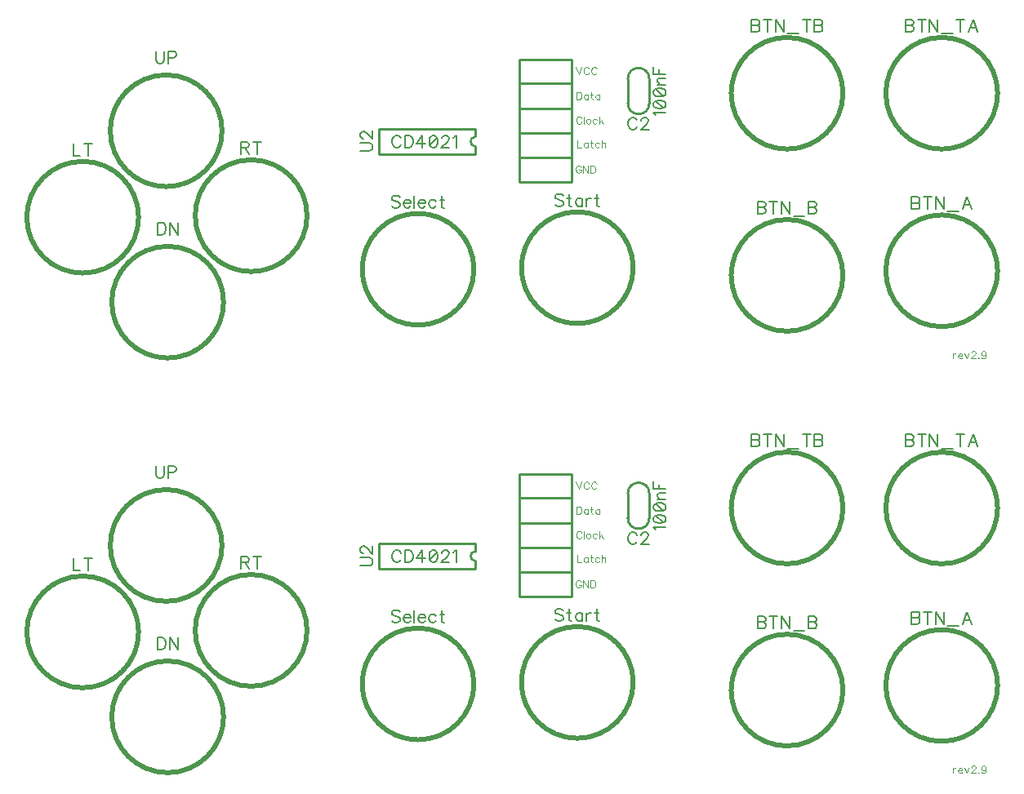
<source format=gto>
G04 DipTrace 3.3.1.3*
G04 top_silk_dendy_gamepad_Remastered_rev2.9_4021.gto*
%MOMM*%
G04 #@! TF.FileFunction,Legend,Top*
G04 #@! TF.Part,Single*
%ADD10C,0.25*%
%ADD13C,0.5*%
%ADD19C,0.11767*%
%ADD54C,0.19608*%
%FSLAX35Y35*%
G04*
G71*
G90*
G75*
G01*
G04 TopSilk*
%LPD*%
X3508457Y3238523D2*
D13*
G02X3508457Y3238523I0J-579437D01*
G01*
X1762137Y2063823D2*
G02X1762137Y2063823I0J579437D01*
G01*
X3222647Y1762137D2*
G02X3222647Y1762137I-579437J0D01*
G01*
X2047947Y3540210D2*
G02X2047947Y3540210I579437J0D01*
G01*
X6890300Y1539893D2*
G02X6890300Y1539893I0J579437D01*
G01*
X5239013Y2682840D2*
G02X5239013Y2682840I0J-579437D01*
G01*
X9065290Y2619333D2*
G02X9065290Y2619333I0J-579437D01*
G01*
X10668947Y1508140D2*
G02X10668947Y1508140I0J579437D01*
G01*
X9065403Y3349833D2*
G02X9065403Y3349833I0J579437D01*
G01*
X10668947D2*
G02X10668947Y3349833I0J579437D01*
G01*
X7414185Y4079816D2*
D10*
Y3825784D1*
X7636435Y4079816D2*
Y3825784D1*
X7414185D2*
G03X7636435Y3825784I111125J16D01*
G01*
Y4079816D2*
G03X7414185Y4079816I-111125J-16D01*
G01*
X5834337Y3559051D2*
X4834417D1*
X5834337Y3299015D2*
X4834417D1*
Y3559051D2*
Y3299015D1*
X5834337Y3559051D2*
Y3479057D1*
Y3379009D2*
Y3299015D1*
Y3479057D2*
G03X5834337Y3379009I28J-50024D01*
G01*
X10785730Y1228733D2*
D19*
Y1177690D1*
Y1206837D2*
X10789437Y1217787D1*
X10796680Y1225113D1*
X10804010Y1228733D1*
X10814960D1*
X10838490Y1206837D2*
X10882203D1*
Y1214163D1*
X10878583Y1221490D1*
X10874960Y1225113D1*
X10867633Y1228733D1*
X10856683D1*
X10849440Y1225113D1*
X10842110Y1217787D1*
X10838490Y1206837D1*
Y1199590D1*
X10842110Y1188640D1*
X10849440Y1181397D1*
X10856683Y1177690D1*
X10867633D1*
X10874960Y1181397D1*
X10882203Y1188640D1*
X10905733Y1228733D2*
X10927633Y1177690D1*
X10949450Y1228733D1*
X10976683Y1235980D2*
Y1239600D1*
X10980307Y1246930D1*
X10983927Y1250550D1*
X10991257Y1254173D1*
X11005830D1*
X11013073Y1250550D1*
X11016693Y1246930D1*
X11020400Y1239600D1*
Y1232357D1*
X11016693Y1225030D1*
X11009450Y1214163D1*
X10972980Y1177690D1*
X11024023D1*
X11051173Y1185020D2*
X11047550Y1181313D1*
X11051173Y1177690D1*
X11054880Y1181313D1*
X11051173Y1185020D1*
X11125830Y1228733D2*
X11122127Y1217787D1*
X11114880Y1210457D1*
X11103930Y1206837D1*
X11100310D1*
X11089360Y1210457D1*
X11082117Y1217787D1*
X11078410Y1228733D1*
Y1232357D1*
X11082117Y1243307D1*
X11089360Y1250550D1*
X11100310Y1254173D1*
X11103930D1*
X11114880Y1250550D1*
X11122127Y1243307D1*
X11125830Y1228733D1*
Y1210457D1*
X11122127Y1192263D1*
X11114880Y1181313D1*
X11103930Y1177690D1*
X11096687D1*
X11085737Y1181313D1*
X11082117Y1188640D1*
X6290547Y4282933D2*
D10*
X6830353D1*
Y3012800D1*
X6290547D1*
Y4282933D1*
X6830353Y3266827D2*
X6290547D1*
X6830353Y3520853D2*
X6290547D1*
X6830353Y3774880D2*
X6290547D1*
X6826737Y4032443D2*
X6302807D1*
X3403776Y3363723D2*
D54*
X3458385D1*
X3476635Y3369900D1*
X3482812Y3375937D1*
X3488849Y3388010D1*
Y3400223D1*
X3482812Y3412296D1*
X3476635Y3418473D1*
X3458385Y3424510D1*
X3403776D1*
Y3296900D1*
X3446312Y3363723D2*
X3488849Y3296900D1*
X3570601Y3424510D2*
Y3296900D1*
X3528065Y3424510D2*
X3613138D1*
X1663562Y3408683D2*
Y3281074D1*
X1736422D1*
X1818174Y3408683D2*
Y3281074D1*
X1775638Y3408683D2*
X1860711D1*
X2538529Y2587873D2*
Y2460264D1*
X2581066D1*
X2599316Y2466441D1*
X2611529Y2478514D1*
X2617566Y2490727D1*
X2623602Y2508837D1*
Y2539300D1*
X2617566Y2557550D1*
X2611529Y2569623D1*
X2599316Y2581837D1*
X2581066Y2587873D1*
X2538529D1*
X2747891D2*
Y2460264D1*
X2662818Y2587873D1*
Y2460264D1*
X2522702Y4365947D2*
Y4274837D1*
X2528739Y4256587D1*
X2540952Y4244514D1*
X2559202Y4238337D1*
X2571275D1*
X2589525Y4244514D1*
X2601739Y4256587D1*
X2607775Y4274837D1*
Y4365947D1*
X2646991Y4299124D2*
X2701741D1*
X2719851Y4305160D1*
X2726028Y4311337D1*
X2732064Y4323410D1*
Y4341660D1*
X2726028Y4353733D1*
X2719851Y4359910D1*
X2701741Y4365947D1*
X2646991D1*
Y4238337D1*
X6745046Y2866503D2*
X6732972Y2878717D1*
X6714722Y2884753D1*
X6690436D1*
X6672186Y2878717D1*
X6659972Y2866503D1*
Y2854430D1*
X6666149Y2842217D1*
X6672186Y2836180D1*
X6684259Y2830144D1*
X6720759Y2817930D1*
X6732972Y2811894D1*
X6739009Y2805717D1*
X6745046Y2793644D1*
Y2775394D1*
X6732972Y2763321D1*
X6714722Y2757144D1*
X6690436D1*
X6672186Y2763321D1*
X6659972Y2775394D1*
X6802511Y2884753D2*
Y2781430D1*
X6808548Y2763321D1*
X6820761Y2757144D1*
X6832834D1*
X6784261Y2842217D2*
X6826798D1*
X6944910D2*
Y2757144D1*
Y2823967D2*
X6932837Y2836180D1*
X6920623Y2842217D1*
X6902513D1*
X6890300Y2836180D1*
X6878227Y2823967D1*
X6872050Y2805717D1*
Y2793644D1*
X6878227Y2775394D1*
X6890300Y2763321D1*
X6902513Y2757144D1*
X6920623D1*
X6932837Y2763321D1*
X6944910Y2775394D1*
X6984125Y2842217D2*
Y2757144D1*
Y2805717D2*
X6990302Y2823967D1*
X7002375Y2836180D1*
X7014589Y2842217D1*
X7032839D1*
X7090304Y2884753D2*
Y2781430D1*
X7096341Y2763321D1*
X7108554Y2757144D1*
X7120628D1*
X7072054Y2842217D2*
X7114591D1*
X5049865Y2850577D2*
X5037791Y2862790D1*
X5019541Y2868827D1*
X4995255D1*
X4977005Y2862790D1*
X4964791Y2850577D1*
Y2838504D1*
X4970968Y2826290D1*
X4977005Y2820254D1*
X4989078Y2814217D1*
X5025578Y2802004D1*
X5037791Y2795967D1*
X5043828Y2789790D1*
X5049865Y2777717D1*
Y2759467D1*
X5037791Y2747394D1*
X5019541Y2741217D1*
X4995255D1*
X4977005Y2747394D1*
X4964791Y2759467D1*
X5089080Y2789790D2*
X5161940D1*
Y2802004D1*
X5155903Y2814217D1*
X5149867Y2820254D1*
X5137653Y2826290D1*
X5119403D1*
X5107330Y2820254D1*
X5095117Y2808040D1*
X5089080Y2789790D1*
Y2777717D1*
X5095117Y2759467D1*
X5107330Y2747394D1*
X5119403Y2741217D1*
X5137653D1*
X5149867Y2747394D1*
X5161940Y2759467D1*
X5201155Y2868827D2*
Y2741217D1*
X5240371Y2789790D2*
X5313231D1*
Y2802004D1*
X5307194Y2814217D1*
X5301158Y2820254D1*
X5288944Y2826290D1*
X5270694D1*
X5258621Y2820254D1*
X5246408Y2808040D1*
X5240371Y2789790D1*
Y2777717D1*
X5246408Y2759467D1*
X5258621Y2747394D1*
X5270694Y2741217D1*
X5288944D1*
X5301158Y2747394D1*
X5313231Y2759467D1*
X5425446Y2808040D2*
X5413233Y2820254D1*
X5401020Y2826290D1*
X5382910D1*
X5370696Y2820254D1*
X5358623Y2808040D1*
X5352446Y2789790D1*
Y2777717D1*
X5358623Y2759467D1*
X5370696Y2747394D1*
X5382910Y2741217D1*
X5401020D1*
X5413233Y2747394D1*
X5425446Y2759467D1*
X5482912Y2868827D2*
Y2765504D1*
X5488949Y2747394D1*
X5501162Y2741217D1*
X5513235D1*
X5464662Y2826290D2*
X5507199D1*
X8759014Y2805320D2*
Y2677710D1*
X8813764D1*
X8832014Y2683887D1*
X8838051Y2689924D1*
X8844087Y2701997D1*
Y2720247D1*
X8838051Y2732460D1*
X8832014Y2738497D1*
X8813764Y2744533D1*
X8832014Y2750710D1*
X8838051Y2756747D1*
X8844087Y2768820D1*
Y2781033D1*
X8838051Y2793106D1*
X8832014Y2799283D1*
X8813764Y2805320D1*
X8759014D1*
Y2744533D2*
X8813764D1*
X8925840Y2805320D2*
Y2677710D1*
X8883303Y2805320D2*
X8968376D1*
X9092665D2*
Y2677710D1*
X9007592Y2805320D1*
Y2677710D1*
X9131881Y2656653D2*
X9247277D1*
X9286493Y2805320D2*
Y2677710D1*
X9341243D1*
X9359493Y2683887D1*
X9365529Y2689924D1*
X9371566Y2701997D1*
Y2720247D1*
X9365529Y2732460D1*
X9359493Y2738497D1*
X9341243Y2744533D1*
X9359493Y2750710D1*
X9365529Y2756747D1*
X9371566Y2768820D1*
Y2781033D1*
X9365529Y2793106D1*
X9359493Y2799283D1*
X9341243Y2805320D1*
X9286493D1*
Y2744533D2*
X9341243D1*
X10356564Y2853000D2*
Y2725390D1*
X10411314D1*
X10429564Y2731567D1*
X10435601Y2737604D1*
X10441637Y2749677D1*
Y2767927D1*
X10435601Y2780140D1*
X10429564Y2786177D1*
X10411314Y2792213D1*
X10429564Y2798390D1*
X10435601Y2804427D1*
X10441637Y2816500D1*
Y2828713D1*
X10435601Y2840786D1*
X10429564Y2846963D1*
X10411314Y2853000D1*
X10356564D1*
Y2792213D2*
X10411314D1*
X10523390Y2853000D2*
Y2725390D1*
X10480853Y2853000D2*
X10565926D1*
X10690215D2*
Y2725390D1*
X10605142Y2853000D1*
Y2725390D1*
X10729431Y2704333D2*
X10844827D1*
X10981329Y2725390D2*
X10932616Y2853000D1*
X10884042Y2725390D1*
X10902292Y2767927D2*
X10963079D1*
X8696983Y4694693D2*
Y4567084D1*
X8751733D1*
X8769983Y4573261D1*
X8776020Y4579297D1*
X8782056Y4591370D1*
Y4609620D1*
X8776020Y4621834D1*
X8769983Y4627870D1*
X8751733Y4633907D1*
X8769983Y4640084D1*
X8776020Y4646120D1*
X8782056Y4658193D1*
Y4670407D1*
X8776020Y4682480D1*
X8769983Y4688657D1*
X8751733Y4694693D1*
X8696983D1*
Y4633907D2*
X8751733D1*
X8863809Y4694693D2*
Y4567084D1*
X8821272Y4694693D2*
X8906345D1*
X9030634D2*
Y4567084D1*
X8945561Y4694693D1*
Y4567084D1*
X9069850Y4546026D2*
X9185246D1*
X9266998Y4694693D2*
Y4567084D1*
X9224461Y4694693D2*
X9309535D1*
X9348750D2*
Y4567084D1*
X9403500D1*
X9421750Y4573261D1*
X9427787Y4579297D1*
X9433823Y4591370D1*
Y4609620D1*
X9427787Y4621834D1*
X9421750Y4627870D1*
X9403500Y4633907D1*
X9421750Y4640084D1*
X9427787Y4646120D1*
X9433823Y4658193D1*
Y4670407D1*
X9427787Y4682480D1*
X9421750Y4688657D1*
X9403500Y4694693D1*
X9348750D1*
Y4633907D2*
X9403500D1*
X10294420Y4694693D2*
Y4567084D1*
X10349170D1*
X10367420Y4573261D1*
X10373456Y4579297D1*
X10379493Y4591370D1*
Y4609620D1*
X10373456Y4621834D1*
X10367420Y4627870D1*
X10349170Y4633907D1*
X10367420Y4640084D1*
X10373456Y4646120D1*
X10379493Y4658193D1*
Y4670407D1*
X10373456Y4682480D1*
X10367420Y4688657D1*
X10349170Y4694693D1*
X10294420D1*
Y4633907D2*
X10349170D1*
X10461245Y4694693D2*
Y4567084D1*
X10418709Y4694693D2*
X10503782D1*
X10628071D2*
Y4567084D1*
X10542997Y4694693D1*
Y4567084D1*
X10667286Y4546026D2*
X10782682D1*
X10864435Y4694693D2*
Y4567084D1*
X10821898Y4694693D2*
X10906971D1*
X11043473Y4567084D2*
X10994760Y4694693D1*
X10946187Y4567084D1*
X10964437Y4609620D2*
X11025223D1*
X7508730Y3648039D2*
X7502694Y3660112D1*
X7490480Y3672325D1*
X7478407Y3678362D1*
X7454121D1*
X7441907Y3672325D1*
X7429834Y3660112D1*
X7423657Y3648039D1*
X7417621Y3629789D1*
Y3599325D1*
X7423657Y3581215D1*
X7429834Y3569002D1*
X7441907Y3556929D1*
X7454121Y3550752D1*
X7478407D1*
X7490480Y3556929D1*
X7502694Y3569002D1*
X7508730Y3581215D1*
X7554123Y3647898D2*
Y3653935D1*
X7560160Y3666148D1*
X7566196Y3672185D1*
X7578410Y3678221D1*
X7602696D1*
X7614769Y3672185D1*
X7620806Y3666148D1*
X7626983Y3653935D1*
Y3641862D1*
X7620806Y3629648D1*
X7608733Y3611539D1*
X7547946Y3550752D1*
X7633019D1*
X7703937Y3701134D2*
X7697760Y3713348D1*
X7679651Y3731598D1*
X7807120D1*
X7679651Y3807313D2*
X7685687Y3789063D1*
X7703937Y3776850D1*
X7734260Y3770813D1*
X7752510D1*
X7782833Y3776850D1*
X7801083Y3789063D1*
X7807120Y3807313D1*
Y3819386D1*
X7801083Y3837636D1*
X7782833Y3849709D1*
X7752510Y3855886D1*
X7734260D1*
X7703937Y3849709D1*
X7685687Y3837636D1*
X7679651Y3819386D1*
Y3807313D1*
X7703937Y3849709D2*
X7782833Y3776850D1*
X7679651Y3931602D2*
X7685687Y3913352D1*
X7703937Y3901139D1*
X7734260Y3895102D1*
X7752510D1*
X7782833Y3901139D1*
X7801083Y3913352D1*
X7807120Y3931602D1*
Y3943675D1*
X7801083Y3961925D1*
X7782833Y3973998D1*
X7752510Y3980175D1*
X7734260D1*
X7703937Y3973998D1*
X7685687Y3961925D1*
X7679651Y3943675D1*
Y3931602D1*
X7703937Y3973998D2*
X7782833Y3901139D1*
X7722047Y4019391D2*
X7807120D1*
X7746333D2*
X7728083Y4037641D1*
X7722047Y4049854D1*
Y4067964D1*
X7728083Y4080177D1*
X7746333Y4086214D1*
X7807120D1*
X7679510Y4204466D2*
Y4125429D1*
X7807120D1*
X7740297D2*
Y4174003D1*
X4640337Y3329189D2*
X4731446D1*
X4749696Y3335226D1*
X4761770Y3347439D1*
X4767946Y3365689D1*
X4767947Y3377762D1*
X4761770Y3396012D1*
X4749696Y3408226D1*
X4731447Y3414262D1*
X4640337D1*
X4670800Y3459655D2*
X4664764D1*
X4652550Y3465692D1*
X4646514Y3471728D1*
X4640477Y3483941D1*
Y3508228D1*
X4646514Y3520301D1*
X4652550Y3526338D1*
X4664764Y3532515D1*
X4676837Y3532514D1*
X4689050Y3526338D1*
X4707160Y3514264D1*
X4767946Y3453478D1*
Y3538551D1*
X5061743Y3461935D2*
X5055706Y3474008D1*
X5043493Y3486222D1*
X5031420Y3492258D1*
X5007133D1*
X4994920Y3486222D1*
X4982847Y3474008D1*
X4976670Y3461935D1*
X4970633Y3443685D1*
Y3413222D1*
X4976670Y3395112D1*
X4982847Y3382899D1*
X4994920Y3370826D1*
X5007133Y3364649D1*
X5031420D1*
X5043493Y3370826D1*
X5055706Y3382899D1*
X5061743Y3395112D1*
X5100958Y3492258D2*
Y3364649D1*
X5143495D1*
X5161745Y3370826D1*
X5173958Y3382899D1*
X5179995Y3395112D1*
X5186032Y3413222D1*
Y3443685D1*
X5179995Y3461935D1*
X5173958Y3474008D1*
X5161745Y3486222D1*
X5143495Y3492258D1*
X5100958D1*
X5286034Y3364649D2*
Y3492118D1*
X5225247Y3407185D1*
X5316357D1*
X5392073Y3492118D2*
X5373823Y3486081D1*
X5361609Y3467831D1*
X5355573Y3437508D1*
Y3419258D1*
X5361609Y3388935D1*
X5373823Y3370685D1*
X5392073Y3364649D1*
X5404146D1*
X5422396Y3370685D1*
X5434469Y3388935D1*
X5440646Y3419258D1*
Y3437508D1*
X5434469Y3467831D1*
X5422396Y3486081D1*
X5404146Y3492118D1*
X5392073D1*
X5434469Y3467831D2*
X5361609Y3388935D1*
X5486038Y3461795D2*
Y3467831D1*
X5492075Y3480045D1*
X5498111Y3486081D1*
X5510325Y3492118D1*
X5534611D1*
X5546684Y3486081D1*
X5552721Y3480045D1*
X5558898Y3467831D1*
Y3455758D1*
X5552721Y3443545D1*
X5540648Y3425435D1*
X5479861Y3364649D1*
X5564934D1*
X5604150Y3467831D2*
X5616364Y3474008D1*
X5634614Y3492118D1*
Y3364649D1*
X6876569Y4200878D2*
D19*
X6905713Y4124313D1*
X6934857Y4200878D1*
X7013052Y4182684D2*
X7009430Y4189928D1*
X7002102Y4197256D1*
X6994858Y4200878D1*
X6980286D1*
X6972958Y4197256D1*
X6965714Y4189928D1*
X6962008Y4182684D1*
X6958386Y4171734D1*
Y4153456D1*
X6962008Y4142591D1*
X6965714Y4135263D1*
X6972958Y4128019D1*
X6980286Y4124313D1*
X6994858D1*
X7002102Y4128019D1*
X7009430Y4135263D1*
X7013052Y4142591D1*
X7091247Y4182684D2*
X7087625Y4189928D1*
X7080297Y4197256D1*
X7073053Y4200878D1*
X7058481D1*
X7051153Y4197256D1*
X7043909Y4189928D1*
X7040203Y4182684D1*
X7036581Y4171734D1*
Y4153456D1*
X7040203Y4142591D1*
X7043909Y4135263D1*
X7051153Y4128019D1*
X7058481Y4124313D1*
X7073053D1*
X7080297Y4128019D1*
X7087625Y4135263D1*
X7091247Y4142591D1*
X6884409Y3942738D2*
Y3866173D1*
X6909931D1*
X6920881Y3869879D1*
X6928209Y3877123D1*
X6931831Y3884451D1*
X6935453Y3895316D1*
Y3913594D1*
X6931831Y3924544D1*
X6928209Y3931788D1*
X6920881Y3939116D1*
X6909931Y3942738D1*
X6884409D1*
X7002698Y3917216D2*
Y3866173D1*
Y3906266D2*
X6995454Y3913594D1*
X6988126Y3917216D1*
X6977260D1*
X6969932Y3913594D1*
X6962688Y3906266D1*
X6958982Y3895316D1*
Y3888073D1*
X6962688Y3877123D1*
X6969932Y3869879D1*
X6977260Y3866173D1*
X6988126D1*
X6995454Y3869879D1*
X7002698Y3877123D1*
X7037177Y3942738D2*
Y3880744D1*
X7040799Y3869879D1*
X7048127Y3866173D1*
X7055371D1*
X7026227Y3917216D2*
X7051749D1*
X7122616D2*
Y3866173D1*
Y3906266D2*
X7115373Y3913594D1*
X7108045Y3917216D1*
X7097179D1*
X7089851Y3913594D1*
X7082607Y3906266D1*
X7078901Y3895316D1*
Y3888073D1*
X7082607Y3877123D1*
X7089851Y3869879D1*
X7097179Y3866173D1*
X7108045D1*
X7115373Y3869879D1*
X7122616Y3877123D1*
X6934008Y3671858D2*
X6930386Y3679102D1*
X6923058Y3686430D1*
X6915814Y3690052D1*
X6901242D1*
X6893914Y3686430D1*
X6886670Y3679102D1*
X6882964Y3671858D1*
X6879342Y3660908D1*
Y3642630D1*
X6882964Y3631764D1*
X6886670Y3624436D1*
X6893914Y3617192D1*
X6901242Y3613486D1*
X6915814D1*
X6923058Y3617192D1*
X6930386Y3624436D1*
X6934008Y3631764D1*
X6957538Y3690052D2*
Y3613486D1*
X6999261Y3664530D2*
X6992017Y3660908D1*
X6984689Y3653580D1*
X6981067Y3642630D1*
Y3635386D1*
X6984689Y3624436D1*
X6992017Y3617192D1*
X6999261Y3613486D1*
X7010211D1*
X7017539Y3617192D1*
X7024783Y3624436D1*
X7028489Y3635386D1*
Y3642630D1*
X7024783Y3653580D1*
X7017539Y3660908D1*
X7010211Y3664530D1*
X6999261D1*
X7095818Y3653580D2*
X7088490Y3660908D1*
X7081162Y3664530D1*
X7070296D1*
X7062968Y3660908D1*
X7055724Y3653580D1*
X7052018Y3642630D1*
Y3635386D1*
X7055724Y3624436D1*
X7062968Y3617192D1*
X7070296Y3613486D1*
X7081162D1*
X7088490Y3617192D1*
X7095818Y3624436D1*
X7119348Y3690052D2*
Y3613486D1*
X7155820Y3664530D2*
X7119348Y3628058D1*
X7133920Y3642630D2*
X7159442Y3613486D1*
X6929351Y3161144D2*
X6925730Y3168388D1*
X6918401Y3175716D1*
X6911158Y3179338D1*
X6896586D1*
X6889258Y3175716D1*
X6882014Y3168388D1*
X6878308Y3161144D1*
X6874686Y3150194D1*
Y3131916D1*
X6878308Y3121051D1*
X6882014Y3113723D1*
X6889258Y3106479D1*
X6896586Y3102773D1*
X6911158D1*
X6918401Y3106479D1*
X6925730Y3113723D1*
X6929351Y3121051D1*
Y3131916D1*
X6911158D1*
X7003925Y3179338D2*
Y3102773D1*
X6952881Y3179338D1*
Y3102773D1*
X7027454Y3179338D2*
Y3102773D1*
X7052976D1*
X7063926Y3106479D1*
X7071254Y3113723D1*
X7074876Y3121051D1*
X7078498Y3131916D1*
Y3150194D1*
X7074876Y3161144D1*
X7071254Y3168388D1*
X7063926Y3175716D1*
X7052976Y3179338D1*
X7027454D1*
X6887976Y3443268D2*
Y3366703D1*
X6931691D1*
X6998937Y3417746D2*
Y3366703D1*
Y3406796D2*
X6991693Y3414124D1*
X6984365Y3417746D1*
X6973499D1*
X6966171Y3414124D1*
X6958927Y3406796D1*
X6955221Y3395846D1*
Y3388603D1*
X6958927Y3377653D1*
X6966171Y3370409D1*
X6973499Y3366703D1*
X6984365D1*
X6991693Y3370409D1*
X6998937Y3377653D1*
X7033416Y3443268D2*
Y3381274D1*
X7037038Y3370409D1*
X7044366Y3366703D1*
X7051610D1*
X7022466Y3417746D2*
X7047988D1*
X7118939Y3406796D2*
X7111611Y3414124D1*
X7104283Y3417746D1*
X7093417D1*
X7086089Y3414124D1*
X7078845Y3406796D1*
X7075139Y3395846D1*
Y3388603D1*
X7078845Y3377653D1*
X7086089Y3370409D1*
X7093417Y3366703D1*
X7104283D1*
X7111611Y3370409D1*
X7118939Y3377653D1*
X7142469Y3443268D2*
Y3366703D1*
Y3403174D2*
X7153419Y3414124D1*
X7160747Y3417746D1*
X7171697D1*
X7178941Y3414124D1*
X7182563Y3403174D1*
Y3366703D1*
X3508457Y7541120D2*
D13*
G02X3508457Y7541120I0J-579437D01*
G01*
X1762137Y6366420D2*
G02X1762137Y6366420I0J579437D01*
G01*
X3222647Y6064733D2*
G02X3222647Y6064733I-579437J0D01*
G01*
X2047947Y7842807D2*
G02X2047947Y7842807I579437J0D01*
G01*
X6890300Y5842490D2*
G02X6890300Y5842490I0J579437D01*
G01*
X5239013Y6985437D2*
G02X5239013Y6985437I0J-579437D01*
G01*
X9065290Y6921930D2*
G02X9065290Y6921930I0J-579437D01*
G01*
X10668947Y5810737D2*
G02X10668947Y5810737I0J579437D01*
G01*
X9065403Y7652430D2*
G02X9065403Y7652430I0J579437D01*
G01*
X10668947D2*
G02X10668947Y7652430I0J579437D01*
G01*
X7414185Y8382413D2*
D10*
Y8128381D1*
X7636435Y8382413D2*
Y8128381D1*
X7414185D2*
G03X7636435Y8128381I111125J16D01*
G01*
Y8382413D2*
G03X7414185Y8382413I-111125J-16D01*
G01*
X5834337Y7861648D2*
X4834417D1*
X5834337Y7601612D2*
X4834417D1*
Y7861648D2*
Y7601612D1*
X5834337Y7861648D2*
Y7781654D1*
Y7681606D2*
Y7601612D1*
Y7781654D2*
G03X5834337Y7681606I28J-50024D01*
G01*
X10785730Y5531330D2*
D19*
Y5480287D1*
Y5509433D2*
X10789437Y5520383D1*
X10796680Y5527710D1*
X10804010Y5531330D1*
X10814960D1*
X10838490Y5509433D2*
X10882203D1*
Y5516760D1*
X10878583Y5524087D1*
X10874960Y5527710D1*
X10867633Y5531330D1*
X10856683D1*
X10849440Y5527710D1*
X10842110Y5520383D1*
X10838490Y5509433D1*
Y5502187D1*
X10842110Y5491237D1*
X10849440Y5483993D1*
X10856683Y5480287D1*
X10867633D1*
X10874960Y5483993D1*
X10882203Y5491237D1*
X10905733Y5531330D2*
X10927633Y5480287D1*
X10949450Y5531330D1*
X10976683Y5538577D2*
Y5542197D1*
X10980307Y5549527D1*
X10983927Y5553147D1*
X10991257Y5556770D1*
X11005830D1*
X11013073Y5553147D1*
X11016693Y5549527D1*
X11020400Y5542197D1*
Y5534953D1*
X11016693Y5527627D1*
X11009450Y5516760D1*
X10972980Y5480287D1*
X11024023D1*
X11051173Y5487617D2*
X11047550Y5483910D1*
X11051173Y5480287D1*
X11054880Y5483910D1*
X11051173Y5487617D1*
X11125830Y5531330D2*
X11122127Y5520383D1*
X11114880Y5513053D1*
X11103930Y5509433D1*
X11100310D1*
X11089360Y5513053D1*
X11082117Y5520383D1*
X11078410Y5531330D1*
Y5534953D1*
X11082117Y5545903D1*
X11089360Y5553147D1*
X11100310Y5556770D1*
X11103930D1*
X11114880Y5553147D1*
X11122127Y5545903D1*
X11125830Y5531330D1*
Y5513053D1*
X11122127Y5494860D1*
X11114880Y5483910D1*
X11103930Y5480287D1*
X11096687D1*
X11085737Y5483910D1*
X11082117Y5491237D1*
X6290547Y8585530D2*
D10*
X6830353D1*
Y7315397D1*
X6290547D1*
Y8585530D1*
X6830353Y7569423D2*
X6290547D1*
X6830353Y7823450D2*
X6290547D1*
X6830353Y8077477D2*
X6290547D1*
X6826737Y8335040D2*
X6302807D1*
X3403776Y7666320D2*
D54*
X3458385D1*
X3476635Y7672497D1*
X3482812Y7678534D1*
X3488849Y7690607D1*
Y7702820D1*
X3482812Y7714893D1*
X3476635Y7721070D1*
X3458385Y7727107D1*
X3403776D1*
Y7599497D1*
X3446312Y7666320D2*
X3488849Y7599497D1*
X3570601Y7727107D2*
Y7599497D1*
X3528065Y7727107D2*
X3613138D1*
X1663562Y7711280D2*
Y7583670D1*
X1736422D1*
X1818174Y7711280D2*
Y7583670D1*
X1775638Y7711280D2*
X1860711D1*
X2538529Y6890470D2*
Y6762860D1*
X2581066D1*
X2599316Y6769037D1*
X2611529Y6781110D1*
X2617566Y6793324D1*
X2623602Y6811433D1*
Y6841897D1*
X2617566Y6860147D1*
X2611529Y6872220D1*
X2599316Y6884433D1*
X2581066Y6890470D1*
X2538529D1*
X2747891D2*
Y6762860D1*
X2662818Y6890470D1*
Y6762860D1*
X2522702Y8668543D2*
Y8577434D1*
X2528739Y8559184D1*
X2540952Y8547111D1*
X2559202Y8540934D1*
X2571275D1*
X2589525Y8547111D1*
X2601739Y8559184D1*
X2607775Y8577434D1*
Y8668543D1*
X2646991Y8601720D2*
X2701741D1*
X2719851Y8607757D1*
X2726028Y8613934D1*
X2732064Y8626007D1*
Y8644257D1*
X2726028Y8656330D1*
X2719851Y8662507D1*
X2701741Y8668543D1*
X2646991D1*
Y8540934D1*
X6745046Y7169100D2*
X6732972Y7181313D1*
X6714722Y7187350D1*
X6690436D1*
X6672186Y7181313D1*
X6659972Y7169100D1*
Y7157027D1*
X6666149Y7144813D1*
X6672186Y7138777D1*
X6684259Y7132740D1*
X6720759Y7120527D1*
X6732972Y7114490D1*
X6739009Y7108313D1*
X6745046Y7096240D1*
Y7077990D1*
X6732972Y7065917D1*
X6714722Y7059740D1*
X6690436D1*
X6672186Y7065917D1*
X6659972Y7077990D1*
X6802511Y7187350D2*
Y7084027D1*
X6808548Y7065917D1*
X6820761Y7059740D1*
X6832834D1*
X6784261Y7144813D2*
X6826798D1*
X6944910D2*
Y7059740D1*
Y7126563D2*
X6932837Y7138777D1*
X6920623Y7144813D1*
X6902513D1*
X6890300Y7138777D1*
X6878227Y7126563D1*
X6872050Y7108313D1*
Y7096240D1*
X6878227Y7077990D1*
X6890300Y7065917D1*
X6902513Y7059740D1*
X6920623D1*
X6932837Y7065917D1*
X6944910Y7077990D1*
X6984125Y7144813D2*
Y7059740D1*
Y7108313D2*
X6990302Y7126563D1*
X7002375Y7138777D1*
X7014589Y7144813D1*
X7032839D1*
X7090304Y7187350D2*
Y7084027D1*
X7096341Y7065917D1*
X7108554Y7059740D1*
X7120628D1*
X7072054Y7144813D2*
X7114591D1*
X5049865Y7153173D2*
X5037791Y7165387D1*
X5019541Y7171423D1*
X4995255D1*
X4977005Y7165387D1*
X4964791Y7153173D1*
Y7141100D1*
X4970968Y7128887D1*
X4977005Y7122850D1*
X4989078Y7116814D1*
X5025578Y7104600D1*
X5037791Y7098564D1*
X5043828Y7092387D1*
X5049865Y7080314D1*
Y7062064D1*
X5037791Y7049991D1*
X5019541Y7043814D1*
X4995255D1*
X4977005Y7049991D1*
X4964791Y7062064D1*
X5089080Y7092387D2*
X5161940D1*
Y7104600D1*
X5155903Y7116814D1*
X5149867Y7122850D1*
X5137653Y7128887D1*
X5119403D1*
X5107330Y7122850D1*
X5095117Y7110637D1*
X5089080Y7092387D1*
Y7080314D1*
X5095117Y7062064D1*
X5107330Y7049991D1*
X5119403Y7043814D1*
X5137653D1*
X5149867Y7049991D1*
X5161940Y7062064D1*
X5201155Y7171423D2*
Y7043814D1*
X5240371Y7092387D2*
X5313231D1*
Y7104600D1*
X5307194Y7116814D1*
X5301158Y7122850D1*
X5288944Y7128887D1*
X5270694D1*
X5258621Y7122850D1*
X5246408Y7110637D1*
X5240371Y7092387D1*
Y7080314D1*
X5246408Y7062064D1*
X5258621Y7049991D1*
X5270694Y7043814D1*
X5288944D1*
X5301158Y7049991D1*
X5313231Y7062064D1*
X5425446Y7110637D2*
X5413233Y7122850D1*
X5401020Y7128887D1*
X5382910D1*
X5370696Y7122850D1*
X5358623Y7110637D1*
X5352446Y7092387D1*
Y7080314D1*
X5358623Y7062064D1*
X5370696Y7049991D1*
X5382910Y7043814D1*
X5401020D1*
X5413233Y7049991D1*
X5425446Y7062064D1*
X5482912Y7171423D2*
Y7068100D1*
X5488949Y7049991D1*
X5501162Y7043814D1*
X5513235D1*
X5464662Y7128887D2*
X5507199D1*
X8759014Y7107917D2*
Y6980307D1*
X8813764D1*
X8832014Y6986484D1*
X8838051Y6992520D1*
X8844087Y7004594D1*
Y7022844D1*
X8838051Y7035057D1*
X8832014Y7041094D1*
X8813764Y7047130D1*
X8832014Y7053307D1*
X8838051Y7059344D1*
X8844087Y7071417D1*
Y7083630D1*
X8838051Y7095703D1*
X8832014Y7101880D1*
X8813764Y7107917D1*
X8759014D1*
Y7047130D2*
X8813764D1*
X8925840Y7107917D2*
Y6980307D1*
X8883303Y7107917D2*
X8968376D1*
X9092665D2*
Y6980307D1*
X9007592Y7107917D1*
Y6980307D1*
X9131881Y6959249D2*
X9247277D1*
X9286493Y7107917D2*
Y6980307D1*
X9341243D1*
X9359493Y6986484D1*
X9365529Y6992520D1*
X9371566Y7004594D1*
Y7022844D1*
X9365529Y7035057D1*
X9359493Y7041094D1*
X9341243Y7047130D1*
X9359493Y7053307D1*
X9365529Y7059344D1*
X9371566Y7071417D1*
Y7083630D1*
X9365529Y7095703D1*
X9359493Y7101880D1*
X9341243Y7107917D1*
X9286493D1*
Y7047130D2*
X9341243D1*
X10356564Y7155597D2*
Y7027987D1*
X10411314D1*
X10429564Y7034164D1*
X10435601Y7040200D1*
X10441637Y7052274D1*
Y7070524D1*
X10435601Y7082737D1*
X10429564Y7088774D1*
X10411314Y7094810D1*
X10429564Y7100987D1*
X10435601Y7107024D1*
X10441637Y7119097D1*
Y7131310D1*
X10435601Y7143383D1*
X10429564Y7149560D1*
X10411314Y7155597D1*
X10356564D1*
Y7094810D2*
X10411314D1*
X10523390Y7155597D2*
Y7027987D1*
X10480853Y7155597D2*
X10565926D1*
X10690215D2*
Y7027987D1*
X10605142Y7155597D1*
Y7027987D1*
X10729431Y7006929D2*
X10844827D1*
X10981329Y7027987D2*
X10932616Y7155597D1*
X10884042Y7027987D1*
X10902292Y7070524D2*
X10963079D1*
X8696983Y8997290D2*
Y8869680D1*
X8751733D1*
X8769983Y8875857D1*
X8776020Y8881894D1*
X8782056Y8893967D1*
Y8912217D1*
X8776020Y8924430D1*
X8769983Y8930467D1*
X8751733Y8936503D1*
X8769983Y8942680D1*
X8776020Y8948717D1*
X8782056Y8960790D1*
Y8973003D1*
X8776020Y8985076D1*
X8769983Y8991253D1*
X8751733Y8997290D1*
X8696983D1*
Y8936503D2*
X8751733D1*
X8863809Y8997290D2*
Y8869680D1*
X8821272Y8997290D2*
X8906345D1*
X9030634D2*
Y8869680D1*
X8945561Y8997290D1*
Y8869680D1*
X9069850Y8848623D2*
X9185246D1*
X9266998Y8997290D2*
Y8869680D1*
X9224461Y8997290D2*
X9309535D1*
X9348750D2*
Y8869680D1*
X9403500D1*
X9421750Y8875857D1*
X9427787Y8881894D1*
X9433823Y8893967D1*
Y8912217D1*
X9427787Y8924430D1*
X9421750Y8930467D1*
X9403500Y8936503D1*
X9421750Y8942680D1*
X9427787Y8948717D1*
X9433823Y8960790D1*
Y8973003D1*
X9427787Y8985076D1*
X9421750Y8991253D1*
X9403500Y8997290D1*
X9348750D1*
Y8936503D2*
X9403500D1*
X10294420Y8997290D2*
Y8869680D1*
X10349170D1*
X10367420Y8875857D1*
X10373456Y8881894D1*
X10379493Y8893967D1*
Y8912217D1*
X10373456Y8924430D1*
X10367420Y8930467D1*
X10349170Y8936503D1*
X10367420Y8942680D1*
X10373456Y8948717D1*
X10379493Y8960790D1*
Y8973003D1*
X10373456Y8985076D1*
X10367420Y8991253D1*
X10349170Y8997290D1*
X10294420D1*
Y8936503D2*
X10349170D1*
X10461245Y8997290D2*
Y8869680D1*
X10418709Y8997290D2*
X10503782D1*
X10628071D2*
Y8869680D1*
X10542997Y8997290D1*
Y8869680D1*
X10667286Y8848623D2*
X10782682D1*
X10864435Y8997290D2*
Y8869680D1*
X10821898Y8997290D2*
X10906971D1*
X11043473Y8869680D2*
X10994760Y8997290D1*
X10946187Y8869680D1*
X10964437Y8912217D2*
X11025223D1*
X7508730Y7950635D2*
X7502694Y7962708D1*
X7490480Y7974922D1*
X7478407Y7980958D1*
X7454121D1*
X7441907Y7974922D1*
X7429834Y7962708D1*
X7423657Y7950635D1*
X7417621Y7932385D1*
Y7901922D1*
X7423657Y7883812D1*
X7429834Y7871599D1*
X7441907Y7859526D1*
X7454121Y7853349D1*
X7478407D1*
X7490480Y7859526D1*
X7502694Y7871599D1*
X7508730Y7883812D1*
X7554123Y7950495D2*
Y7956531D1*
X7560160Y7968745D1*
X7566196Y7974781D1*
X7578410Y7980818D1*
X7602696D1*
X7614769Y7974781D1*
X7620806Y7968745D1*
X7626983Y7956531D1*
Y7944458D1*
X7620806Y7932245D1*
X7608733Y7914135D1*
X7547946Y7853349D1*
X7633019D1*
X7703937Y8003731D2*
X7697760Y8015944D1*
X7679651Y8034194D1*
X7807120D1*
X7679651Y8109910D2*
X7685687Y8091660D1*
X7703937Y8079447D1*
X7734260Y8073410D1*
X7752510D1*
X7782833Y8079447D1*
X7801083Y8091660D1*
X7807120Y8109910D1*
Y8121983D1*
X7801083Y8140233D1*
X7782833Y8152306D1*
X7752510Y8158483D1*
X7734260D1*
X7703937Y8152306D1*
X7685687Y8140233D1*
X7679651Y8121983D1*
Y8109910D1*
X7703937Y8152306D2*
X7782833Y8079447D1*
X7679651Y8234199D2*
X7685687Y8215949D1*
X7703937Y8203735D1*
X7734260Y8197699D1*
X7752510D1*
X7782833Y8203735D1*
X7801083Y8215949D1*
X7807120Y8234199D1*
Y8246272D1*
X7801083Y8264522D1*
X7782833Y8276595D1*
X7752510Y8282772D1*
X7734260D1*
X7703937Y8276595D1*
X7685687Y8264522D1*
X7679651Y8246272D1*
Y8234199D1*
X7703937Y8276595D2*
X7782833Y8203735D1*
X7722047Y8321987D2*
X7807120D1*
X7746333D2*
X7728083Y8340237D1*
X7722047Y8352451D1*
Y8370560D1*
X7728083Y8382774D1*
X7746333Y8388810D1*
X7807120D1*
X7679510Y8507063D2*
Y8428026D1*
X7807120D1*
X7740297D2*
Y8476599D1*
X4640337Y7631786D2*
X4731446D1*
X4749696Y7637823D1*
X4761770Y7650036D1*
X4767946Y7668286D1*
X4767947Y7680359D1*
X4761770Y7698609D1*
X4749696Y7710822D1*
X4731447Y7716859D1*
X4640337D1*
X4670800Y7762252D2*
X4664764D1*
X4652550Y7768288D1*
X4646514Y7774325D1*
X4640477Y7786538D1*
Y7810825D1*
X4646514Y7822898D1*
X4652550Y7828934D1*
X4664764Y7835111D1*
X4676837D1*
X4689050Y7828934D1*
X4707160Y7816861D1*
X4767946Y7756075D1*
Y7841148D1*
X5061743Y7764532D2*
X5055706Y7776605D1*
X5043493Y7788818D1*
X5031420Y7794855D1*
X5007133D1*
X4994920Y7788818D1*
X4982847Y7776605D1*
X4976670Y7764532D1*
X4970633Y7746282D1*
Y7715818D1*
X4976670Y7697709D1*
X4982847Y7685495D1*
X4994920Y7673422D1*
X5007133Y7667245D1*
X5031420D1*
X5043493Y7673422D1*
X5055706Y7685495D1*
X5061743Y7697709D1*
X5100958Y7794855D2*
Y7667245D1*
X5143495D1*
X5161745Y7673422D1*
X5173958Y7685495D1*
X5179995Y7697709D1*
X5186032Y7715818D1*
Y7746282D1*
X5179995Y7764532D1*
X5173958Y7776605D1*
X5161745Y7788818D1*
X5143495Y7794855D1*
X5100958D1*
X5286034Y7667245D2*
Y7794715D1*
X5225247Y7709782D1*
X5316357D1*
X5392073Y7794715D2*
X5373823Y7788678D1*
X5361609Y7770428D1*
X5355573Y7740105D1*
Y7721855D1*
X5361609Y7691532D1*
X5373823Y7673282D1*
X5392073Y7667245D1*
X5404146D1*
X5422396Y7673282D1*
X5434469Y7691532D1*
X5440646Y7721855D1*
Y7740105D1*
X5434469Y7770428D1*
X5422396Y7788678D1*
X5404146Y7794715D1*
X5392073D1*
X5434469Y7770428D2*
X5361609Y7691532D1*
X5486038Y7764391D2*
Y7770428D1*
X5492075Y7782641D1*
X5498111Y7788678D1*
X5510325Y7794715D1*
X5534611D1*
X5546684Y7788678D1*
X5552721Y7782641D1*
X5558898Y7770428D1*
Y7758355D1*
X5552721Y7746141D1*
X5540648Y7728032D1*
X5479861Y7667245D1*
X5564934D1*
X5604150Y7770428D2*
X5616364Y7776605D1*
X5634614Y7794715D1*
Y7667245D1*
X6876569Y8503475D2*
D19*
X6905713Y8426909D1*
X6934857Y8503475D1*
X7013052Y8485281D2*
X7009430Y8492525D1*
X7002102Y8499853D1*
X6994858Y8503475D1*
X6980286D1*
X6972958Y8499853D1*
X6965714Y8492525D1*
X6962008Y8485281D1*
X6958386Y8474331D1*
Y8456053D1*
X6962008Y8445187D1*
X6965714Y8437859D1*
X6972958Y8430615D1*
X6980286Y8426909D1*
X6994858D1*
X7002102Y8430615D1*
X7009430Y8437859D1*
X7013052Y8445187D1*
X7091247Y8485281D2*
X7087625Y8492525D1*
X7080297Y8499853D1*
X7073053Y8503475D1*
X7058481D1*
X7051153Y8499853D1*
X7043909Y8492525D1*
X7040203Y8485281D1*
X7036581Y8474331D1*
Y8456053D1*
X7040203Y8445187D1*
X7043909Y8437859D1*
X7051153Y8430615D1*
X7058481Y8426909D1*
X7073053D1*
X7080297Y8430615D1*
X7087625Y8437859D1*
X7091247Y8445187D1*
X6884409Y8245335D2*
Y8168769D1*
X6909931D1*
X6920881Y8172475D1*
X6928209Y8179719D1*
X6931831Y8187047D1*
X6935453Y8197913D1*
Y8216191D1*
X6931831Y8227141D1*
X6928209Y8234385D1*
X6920881Y8241713D1*
X6909931Y8245335D1*
X6884409D1*
X7002698Y8219813D2*
Y8168769D1*
Y8208863D2*
X6995454Y8216191D1*
X6988126Y8219813D1*
X6977260D1*
X6969932Y8216191D1*
X6962688Y8208863D1*
X6958982Y8197913D1*
Y8190669D1*
X6962688Y8179719D1*
X6969932Y8172475D1*
X6977260Y8168769D1*
X6988126D1*
X6995454Y8172475D1*
X7002698Y8179719D1*
X7037177Y8245335D2*
Y8183341D1*
X7040799Y8172475D1*
X7048127Y8168769D1*
X7055371D1*
X7026227Y8219813D2*
X7051749D1*
X7122616D2*
Y8168769D1*
Y8208863D2*
X7115373Y8216191D1*
X7108045Y8219813D1*
X7097179D1*
X7089851Y8216191D1*
X7082607Y8208863D1*
X7078901Y8197913D1*
Y8190669D1*
X7082607Y8179719D1*
X7089851Y8172475D1*
X7097179Y8168769D1*
X7108045D1*
X7115373Y8172475D1*
X7122616Y8179719D1*
X6934008Y7974454D2*
X6930386Y7981698D1*
X6923058Y7989026D1*
X6915814Y7992648D1*
X6901242D1*
X6893914Y7989026D1*
X6886670Y7981698D1*
X6882964Y7974454D1*
X6879342Y7963504D1*
Y7945226D1*
X6882964Y7934361D1*
X6886670Y7927033D1*
X6893914Y7919789D1*
X6901242Y7916083D1*
X6915814D1*
X6923058Y7919789D1*
X6930386Y7927033D1*
X6934008Y7934361D1*
X6957538Y7992648D2*
Y7916083D1*
X6999261Y7967126D2*
X6992017Y7963504D1*
X6984689Y7956176D1*
X6981067Y7945226D1*
Y7937983D1*
X6984689Y7927033D1*
X6992017Y7919789D1*
X6999261Y7916083D1*
X7010211D1*
X7017539Y7919789D1*
X7024783Y7927033D1*
X7028489Y7937983D1*
Y7945226D1*
X7024783Y7956176D1*
X7017539Y7963504D1*
X7010211Y7967126D1*
X6999261D1*
X7095818Y7956176D2*
X7088490Y7963504D1*
X7081162Y7967126D1*
X7070296D1*
X7062968Y7963504D1*
X7055724Y7956176D1*
X7052018Y7945226D1*
Y7937983D1*
X7055724Y7927033D1*
X7062968Y7919789D1*
X7070296Y7916083D1*
X7081162D1*
X7088490Y7919789D1*
X7095818Y7927033D1*
X7119348Y7992648D2*
Y7916083D1*
X7155820Y7967126D2*
X7119348Y7930654D1*
X7133920Y7945226D2*
X7159442Y7916083D1*
X6929351Y7463741D2*
X6925730Y7470985D1*
X6918401Y7478313D1*
X6911158Y7481935D1*
X6896586D1*
X6889258Y7478313D1*
X6882014Y7470985D1*
X6878308Y7463741D1*
X6874686Y7452791D1*
Y7434513D1*
X6878308Y7423647D1*
X6882014Y7416319D1*
X6889258Y7409075D1*
X6896586Y7405369D1*
X6911158D1*
X6918401Y7409075D1*
X6925730Y7416319D1*
X6929351Y7423647D1*
Y7434513D1*
X6911158D1*
X7003925Y7481935D2*
Y7405369D1*
X6952881Y7481935D1*
Y7405369D1*
X7027454Y7481935D2*
Y7405369D1*
X7052976D1*
X7063926Y7409075D1*
X7071254Y7416319D1*
X7074876Y7423647D1*
X7078498Y7434513D1*
Y7452791D1*
X7074876Y7463741D1*
X7071254Y7470985D1*
X7063926Y7478313D1*
X7052976Y7481935D1*
X7027454D1*
X6887976Y7745865D2*
Y7669299D1*
X6931691D1*
X6998937Y7720343D2*
Y7669299D1*
Y7709393D2*
X6991693Y7716721D1*
X6984365Y7720343D1*
X6973499D1*
X6966171Y7716721D1*
X6958927Y7709393D1*
X6955221Y7698443D1*
Y7691199D1*
X6958927Y7680249D1*
X6966171Y7673005D1*
X6973499Y7669299D1*
X6984365D1*
X6991693Y7673005D1*
X6998937Y7680249D1*
X7033416Y7745865D2*
Y7683871D1*
X7037038Y7673005D1*
X7044366Y7669299D1*
X7051610D1*
X7022466Y7720343D2*
X7047988D1*
X7118939Y7709393D2*
X7111611Y7716721D1*
X7104283Y7720343D1*
X7093417D1*
X7086089Y7716721D1*
X7078845Y7709393D1*
X7075139Y7698443D1*
Y7691199D1*
X7078845Y7680249D1*
X7086089Y7673005D1*
X7093417Y7669299D1*
X7104283D1*
X7111611Y7673005D1*
X7118939Y7680249D1*
X7142469Y7745865D2*
Y7669299D1*
Y7705771D2*
X7153419Y7716721D1*
X7160747Y7720343D1*
X7171697D1*
X7178941Y7716721D1*
X7182563Y7705771D1*
Y7669299D1*
M02*

</source>
